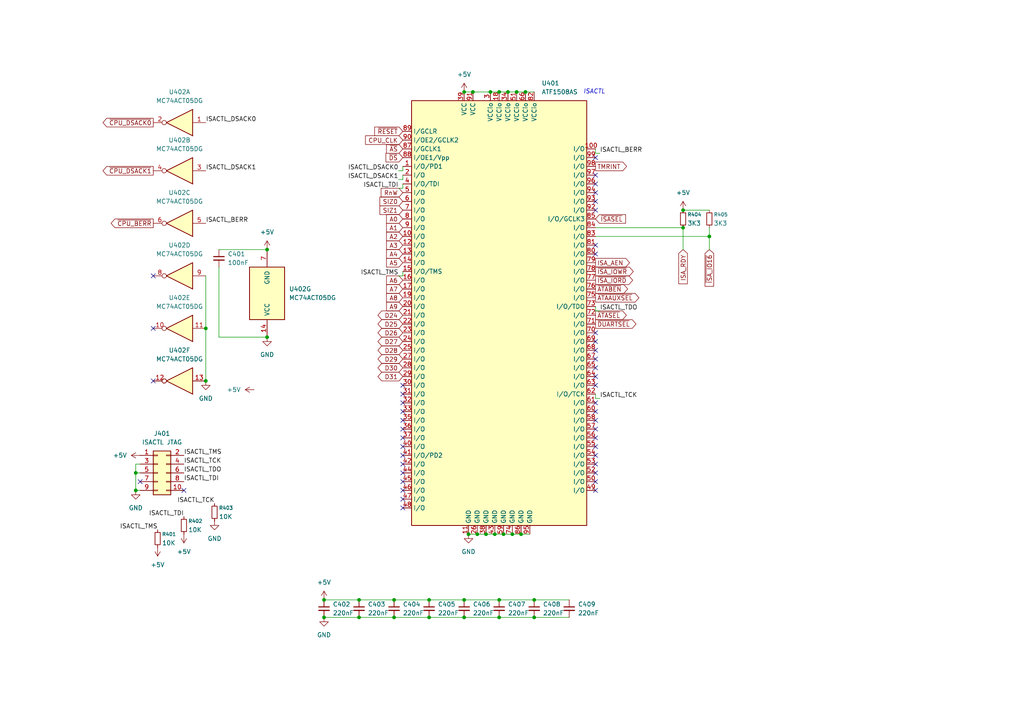
<source format=kicad_sch>
(kicad_sch (version 20250114) (generator "eeschema") (generator_version "9.0")
  (paper "A4")
  (lib_symbols
    (symbol "74xx:74LS05" (pin_names (offset 1.016))
      (property "Reference" "U" (at 0 1.27 0))
      (property "Value" "74LS05" (at 0 -1.27 0))
      (symbol "74LS05_1_0"
        (polyline (pts (xy -3.81 3.81) (xy -3.81 -3.81) (xy 3.81 0) (xy -3.81 3.81)) (stroke (width 0.254)) (fill (type background)))
        (pin input line (at -7.62 0 0) (length 3.81) (name "~") (number "1"))
        (pin open_collector inverted (at 7.62 0 180) (length 3.81) (name "~") (number "2"))
      )
      (symbol "74LS05_2_0"
        (polyline (pts (xy -3.81 3.81) (xy -3.81 -3.81) (xy 3.81 0) (xy -3.81 3.81)) (stroke (width 0.254)) (fill (type background)))
        (pin input line (at -7.62 0 0) (length 3.81) (name "~") (number "3"))
        (pin open_collector inverted (at 7.62 0 180) (length 3.81) (name "~") (number "4"))
      )
      (symbol "74LS05_3_0"
        (polyline (pts (xy -3.81 3.81) (xy -3.81 -3.81) (xy 3.81 0) (xy -3.81 3.81)) (stroke (width 0.254)) (fill (type background)))
        (pin input line (at -7.62 0 0) (length 3.81) (name "~") (number "5"))
        (pin open_collector inverted (at 7.62 0 180) (length 3.81) (name "~") (number "6"))
      )
      (symbol "74LS05_4_0"
        (polyline (pts (xy -3.81 3.81) (xy -3.81 -3.81) (xy 3.81 0) (xy -3.81 3.81)) (stroke (width 0.254)) (fill (type background)))
        (pin input line (at -7.62 0 0) (length 3.81) (name "~") (number "9"))
        (pin open_collector inverted (at 7.62 0 180) (length 3.81) (name "~") (number "8"))
      )
      (symbol "74LS05_5_0"
        (polyline (pts (xy -3.81 3.81) (xy -3.81 -3.81) (xy 3.81 0) (xy -3.81 3.81)) (stroke (width 0.254)) (fill (type background)))
        (pin input line (at -7.62 0 0) (length 3.81) (name "~") (number "11"))
        (pin open_collector inverted (at 7.62 0 180) (length 3.81) (name "~") (number "10"))
      )
      (symbol "74LS05_6_0"
        (polyline (pts (xy -3.81 3.81) (xy -3.81 -3.81) (xy 3.81 0) (xy -3.81 3.81)) (stroke (width 0.254)) (fill (type background)))
        (pin input line (at -7.62 0 0) (length 3.81) (name "~") (number "13"))
        (pin open_collector inverted (at 7.62 0 180) (length 3.81) (name "~") (number "12"))
      )
      (symbol "74LS05_7_0"
        (pin power_in line (at 0 12.7 270) (length 5.08) (name "VCC") (number "14"))
        (pin power_in line (at 0 -12.7 90) (length 5.08) (name "GND") (number "7"))
      )
      (symbol "74LS05_7_1"
        (rectangle (start -5.08 7.62) (end 5.08 -7.62) (stroke (width 0.254)) (fill (type background)))
      )
    )
    (symbol "Connector_Generic:Conn_02x05_Odd_Even" (pin_names (offset 1.016) (hide yes))
      (property "Reference" "J" (at 1.27 7.62 0))
      (property "Value" "Conn_02x05_Odd_Even" (at 1.27 -7.62 0))
      (symbol "Conn_02x05_Odd_Even_1_1"
        (rectangle (start -1.27 6.35) (end 3.81 -6.35) (stroke (width 0.254)) (fill (type background)))
        (rectangle (start -1.27 5.207) (end 0 4.953) (stroke (width 0.1524)))
        (rectangle (start -1.27 2.667) (end 0 2.413) (stroke (width 0.1524)))
        (rectangle (start -1.27 0.127) (end 0 -0.127) (stroke (width 0.1524)))
        (rectangle (start -1.27 -2.413) (end 0 -2.667) (stroke (width 0.1524)))
        (rectangle (start -1.27 -4.953) (end 0 -5.207) (stroke (width 0.1524)))
        (rectangle (start 3.81 5.207) (end 2.54 4.953) (stroke (width 0.1524)))
        (rectangle (start 3.81 2.667) (end 2.54 2.413) (stroke (width 0.1524)))
        (rectangle (start 3.81 0.127) (end 2.54 -0.127) (stroke (width 0.1524)))
        (rectangle (start 3.81 -2.413) (end 2.54 -2.667) (stroke (width 0.1524)))
        (rectangle (start 3.81 -4.953) (end 2.54 -5.207) (stroke (width 0.1524)))
        (pin passive line (at -5.08 5.08 0) (length 3.81) (name "Pin_1") (number "1"))
        (pin passive line (at -5.08 2.54 0) (length 3.81) (name "Pin_3") (number "3"))
        (pin passive line (at -5.08 0 0) (length 3.81) (name "Pin_5") (number "5"))
        (pin passive line (at -5.08 -2.54 0) (length 3.81) (name "Pin_7") (number "7"))
        (pin passive line (at -5.08 -5.08 0) (length 3.81) (name "Pin_9") (number "9"))
        (pin passive line (at 7.62 5.08 180) (length 3.81) (name "Pin_2") (number "2"))
        (pin passive line (at 7.62 2.54 180) (length 3.81) (name "Pin_4") (number "4"))
        (pin passive line (at 7.62 0 180) (length 3.81) (name "Pin_6") (number "6"))
        (pin passive line (at 7.62 -2.54 180) (length 3.81) (name "Pin_8") (number "8"))
        (pin passive line (at 7.62 -5.08 180) (length 3.81) (name "Pin_10") (number "10"))
      )
    )
    (symbol "Device:C_Small" (pin_numbers (hide yes)) (pin_names (offset 0.254) (hide yes))
      (property "Reference" "C" (at 0.254 1.778 0))
      (property "Value" "C_Small" (at 0.254 -2.032 0))
      (symbol "C_Small_0_1"
        (polyline (pts (xy -1.524 0.508) (xy 1.524 0.508)) (stroke (width 0.3048)))
        (polyline (pts (xy -1.524 -0.508) (xy 1.524 -0.508)) (stroke (width 0.3302)))
      )
      (symbol "C_Small_1_1"
        (pin passive line (at 0 2.54 270) (length 2.032) (name "~") (number "1"))
        (pin passive line (at 0 -2.54 90) (length 2.032) (name "~") (number "2"))
      )
    )
    (symbol "Device:R_Small" (pin_numbers (hide yes)) (pin_names (offset 0.254) (hide yes))
      (property "Reference" "R" (at 0 0 90))
      (property "Value" "R_Small" (at 1.778 0 90))
      (symbol "R_Small_0_1"
        (rectangle (start -0.762 1.778) (end 0.762 -1.778) (stroke (width 0.2032)))
      )
      (symbol "R_Small_1_1"
        (pin passive line (at 0 2.54 270) (length 0.762) (name "~") (number "1"))
        (pin passive line (at 0 -2.54 90) (length 0.762) (name "~") (number "2"))
      )
    )
    (symbol "jrt-ICs:ATF1508AS-TQFP100"
      (property "Reference" "U" (at 1.27 20.32 0))
      (property "Value" "ATF1508AS-TQFP100" (at 1.27 20.32 0))
      (symbol "ATF1508AS-TQFP100_0_1"
        (rectangle (start -25.4 54.61) (end 25.4 -68.58) (stroke (width 0.254)) (fill (type background)))
      )
      (symbol "ATF1508AS-TQFP100_1_1"
        (pin input line (at -27.94 45.72 0) (length 2.54) (name "I/GCLR") (number "89"))
        (pin input line (at -27.94 43.18 0) (length 2.54) (name "I/OE2/GCLK2") (number "90"))
        (pin input line (at -27.94 40.64 0) (length 2.54) (name "I/GCLK1") (number "87"))
        (pin input line (at -27.94 38.1 0) (length 2.54) (name "I/OE1/Vpp") (number "88"))
        (pin bidirectional line (at -27.94 35.56 0) (length 2.54) (name "I/O/PD1") (number "1"))
        (pin bidirectional line (at -27.94 33.02 0) (length 2.54) (name "I/O") (number "2"))
        (pin bidirectional line (at -27.94 30.48 0) (length 2.54) (name "I/O/TDI") (number "4"))
        (pin bidirectional line (at -27.94 27.94 0) (length 2.54) (name "I/O") (number "5"))
        (pin bidirectional line (at -27.94 25.4 0) (length 2.54) (name "I/O") (number "6"))
        (pin bidirectional line (at -27.94 22.86 0) (length 2.54) (name "I/O") (number "7"))
        (pin bidirectional line (at -27.94 20.32 0) (length 2.54) (name "I/O") (number "8"))
        (pin bidirectional line (at -27.94 17.78 0) (length 2.54) (name "I/O") (number "9"))
        (pin bidirectional line (at -27.94 15.24 0) (length 2.54) (name "I/O") (number "10"))
        (pin bidirectional line (at -27.94 12.7 0) (length 2.54) (name "I/O") (number "12"))
        (pin bidirectional line (at -27.94 10.16 0) (length 2.54) (name "I/O") (number "13"))
        (pin bidirectional line (at -27.94 7.62 0) (length 2.54) (name "I/O") (number "14"))
        (pin bidirectional line (at -27.94 5.08 0) (length 2.54) (name "I/O/TMS") (number "15"))
        (pin bidirectional line (at -27.94 2.54 0) (length 2.54) (name "I/O") (number "16"))
        (pin bidirectional line (at -27.94 0 0) (length 2.54) (name "I/O") (number "17"))
        (pin bidirectional line (at -27.94 -2.54 0) (length 2.54) (name "I/O") (number "19"))
        (pin bidirectional line (at -27.94 -5.08 0) (length 2.54) (name "I/O") (number "20"))
        (pin bidirectional line (at -27.94 -7.62 0) (length 2.54) (name "I/O") (number "21"))
        (pin bidirectional line (at -27.94 -10.16 0) (length 2.54) (name "I/O") (number "22"))
        (pin bidirectional line (at -27.94 -12.7 0) (length 2.54) (name "I/O") (number "23"))
        (pin bidirectional line (at -27.94 -15.24 0) (length 2.54) (name "I/O") (number "24"))
        (pin bidirectional line (at -27.94 -17.78 0) (length 2.54) (name "I/O") (number "25"))
        (pin bidirectional line (at -27.94 -20.32 0) (length 2.54) (name "I/O") (number "27"))
        (pin bidirectional line (at -27.94 -22.86 0) (length 2.54) (name "I/O") (number "28"))
        (pin bidirectional line (at -27.94 -25.4 0) (length 2.54) (name "I/O") (number "29"))
        (pin bidirectional line (at -27.94 -27.94 0) (length 2.54) (name "I/O") (number "30"))
        (pin bidirectional line (at -27.94 -30.48 0) (length 2.54) (name "I/O") (number "31"))
        (pin bidirectional line (at -27.94 -33.02 0) (length 2.54) (name "I/O") (number "32"))
        (pin bidirectional line (at -27.94 -35.56 0) (length 2.54) (name "I/O") (number "33"))
        (pin bidirectional line (at -27.94 -38.1 0) (length 2.54) (name "I/O") (number "35"))
        (pin bidirectional line (at -27.94 -40.64 0) (length 2.54) (name "I/O") (number "36"))
        (pin bidirectional line (at -27.94 -43.18 0) (length 2.54) (name "I/O") (number "37"))
        (pin bidirectional line (at -27.94 -45.72 0) (length 2.54) (name "I/O") (number "40"))
        (pin bidirectional line (at -27.94 -48.26 0) (length 2.54) (name "I/O/PD2") (number "41"))
        (pin bidirectional line (at -27.94 -50.8 0) (length 2.54) (name "I/O") (number "42"))
        (pin bidirectional line (at -27.94 -53.34 0) (length 2.54) (name "I/O") (number "44"))
        (pin bidirectional line (at -27.94 -55.88 0) (length 2.54) (name "I/O") (number "45"))
        (pin bidirectional line (at -27.94 -58.42 0) (length 2.54) (name "I/O") (number "46"))
        (pin bidirectional line (at -27.94 -60.96 0) (length 2.54) (name "I/O") (number "47"))
        (pin bidirectional line (at -27.94 -63.5 0) (length 2.54) (name "I/O") (number "48"))
        (pin power_in line (at -10.16 57.15 270) (length 2.54) (name "VCC") (number "39"))
        (pin power_in line (at -8.89 -71.12 90) (length 2.54) (name "GND") (number "11"))
        (pin power_in line (at -7.62 57.15 270) (length 2.54) (name "VCC") (number "91"))
        (pin power_in line (at -6.35 -71.12 90) (length 2.54) (name "GND") (number "26"))
        (pin power_in line (at -3.81 -71.12 90) (length 2.54) (name "GND") (number "38"))
        (pin power_in line (at -2.54 57.15 270) (length 2.54) (name "VCCio") (number "3"))
        (pin power_in line (at -1.27 -71.12 90) (length 2.54) (name "GND") (number "43"))
        (pin power_in line (at 0 57.15 270) (length 2.54) (name "VCCio") (number "18"))
        (pin power_in line (at 1.27 -71.12 90) (length 2.54) (name "GND") (number "59"))
        (pin power_in line (at 2.54 57.15 270) (length 2.54) (name "VCCio") (number "34"))
        (pin power_in line (at 3.81 -71.12 90) (length 2.54) (name "GND") (number "74"))
        (pin power_in line (at 5.08 57.15 270) (length 2.54) (name "VCCio") (number "51"))
        (pin power_in line (at 6.35 -71.12 90) (length 2.54) (name "GND") (number "86"))
        (pin power_in line (at 7.62 57.15 270) (length 2.54) (name "VCCio") (number "66"))
        (pin power_in line (at 8.89 -71.12 90) (length 2.54) (name "GND") (number "95"))
        (pin power_in line (at 10.16 57.15 270) (length 2.54) (name "VCCio") (number "82"))
        (pin bidirectional line (at 27.94 40.64 180) (length 2.54) (name "I/O") (number "100"))
        (pin bidirectional line (at 27.94 38.1 180) (length 2.54) (name "I/O") (number "99"))
        (pin bidirectional line (at 27.94 35.56 180) (length 2.54) (name "I/O") (number "98"))
        (pin bidirectional line (at 27.94 33.02 180) (length 2.54) (name "I/O") (number "97"))
        (pin bidirectional line (at 27.94 30.48 180) (length 2.54) (name "I/O") (number "96"))
        (pin bidirectional line (at 27.94 27.94 180) (length 2.54) (name "I/O") (number "94"))
        (pin bidirectional line (at 27.94 25.4 180) (length 2.54) (name "I/O") (number "93"))
        (pin bidirectional line (at 27.94 22.86 180) (length 2.54) (name "I/O") (number "92"))
        (pin bidirectional line (at 27.94 20.32 180) (length 2.54) (name "I/O/GCLK3") (number "85"))
        (pin bidirectional line (at 27.94 17.78 180) (length 2.54) (name "I/O") (number "84"))
        (pin bidirectional line (at 27.94 15.24 180) (length 2.54) (name "I/O") (number "83"))
        (pin bidirectional line (at 27.94 12.7 180) (length 2.54) (name "I/O") (number "81"))
        (pin bidirectional line (at 27.94 10.16 180) (length 2.54) (name "I/O") (number "80"))
        (pin bidirectional line (at 27.94 7.62 180) (length 2.54) (name "I/O") (number "79"))
        (pin bidirectional line (at 27.94 5.08 180) (length 2.54) (name "I/O") (number "78"))
        (pin bidirectional line (at 27.94 2.54 180) (length 2.54) (name "I/O") (number "77"))
        (pin bidirectional line (at 27.94 0 180) (length 2.54) (name "I/O") (number "76"))
        (pin bidirectional line (at 27.94 -2.54 180) (length 2.54) (name "I/O") (number "75"))
        (pin bidirectional line (at 27.94 -5.08 180) (length 2.54) (name "I/O/TDO") (number "73"))
        (pin bidirectional line (at 27.94 -7.62 180) (length 2.54) (name "I/O") (number "72"))
        (pin bidirectional line (at 27.94 -10.16 180) (length 2.54) (name "I/O") (number "71"))
        (pin bidirectional line (at 27.94 -12.7 180) (length 2.54) (name "I/O") (number "70"))
        (pin bidirectional line (at 27.94 -15.24 180) (length 2.54) (name "I/O") (number "69"))
        (pin bidirectional line (at 27.94 -17.78 180) (length 2.54) (name "I/O") (number "68"))
        (pin bidirectional line (at 27.94 -20.32 180) (length 2.54) (name "I/O") (number "67"))
        (pin bidirectional line (at 27.94 -22.86 180) (length 2.54) (name "I/O") (number "65"))
        (pin bidirectional line (at 27.94 -25.4 180) (length 2.54) (name "I/O") (number "64"))
        (pin bidirectional line (at 27.94 -27.94 180) (length 2.54) (name "I/O") (number "63"))
        (pin bidirectional line (at 27.94 -30.48 180) (length 2.54) (name "I/O/TCK") (number "62"))
        (pin bidirectional line (at 27.94 -33.02 180) (length 2.54) (name "I/O") (number "61"))
        (pin bidirectional line (at 27.94 -35.56 180) (length 2.54) (name "I/O") (number "60"))
        (pin bidirectional line (at 27.94 -38.1 180) (length 2.54) (name "I/O") (number "58"))
        (pin bidirectional line (at 27.94 -40.64 180) (length 2.54) (name "I/O") (number "57"))
        (pin bidirectional line (at 27.94 -43.18 180) (length 2.54) (name "I/O") (number "56"))
        (pin bidirectional line (at 27.94 -45.72 180) (length 2.54) (name "I/O") (number "55"))
        (pin bidirectional line (at 27.94 -48.26 180) (length 2.54) (name "I/O") (number "54"))
        (pin bidirectional line (at 27.94 -50.8 180) (length 2.54) (name "I/O") (number "53"))
        (pin bidirectional line (at 27.94 -53.34 180) (length 2.54) (name "I/O") (number "52"))
        (pin bidirectional line (at 27.94 -55.88 180) (length 2.54) (name "I/O") (number "50"))
        (pin bidirectional line (at 27.94 -58.42 180) (length 2.54) (name "I/O") (number "49"))
      )
    )
    (symbol "power:+5V" (power) (pin_numbers (hide yes)) (pin_names (offset 0) (hide yes))
      (property "Value" "+5V" (at 0 3.556 0))
      (symbol "+5V_0_1"
        (polyline (pts (xy -0.762 1.27) (xy 0 2.54)))
        (polyline (pts (xy 0 2.54) (xy 0.762 1.27)))
        (polyline (pts (xy 0 0) (xy 0 2.54)))
      )
      (symbol "+5V_1_1"
        (pin power_in line (at 0 0 90) (length 0) (name "~") (number "1"))
      )
    )
    (symbol "power:GND" (power) (pin_numbers (hide yes)) (pin_names (offset 0) (hide yes))
      (property "Value" "GND" (at 0 -3.81 0))
      (symbol "GND_0_1"
        (polyline (pts (xy 0 0) (xy 0 -1.27) (xy 1.27 -1.27) (xy 0 -2.54) (xy -1.27 -1.27) (xy 0 -1.27)))
      )
      (symbol "GND_1_1"
        (pin power_in line (at 0 0 270) (length 0) (name "~") (number "1"))
      )
    )
  )
  (text "ISACTL" (at 169.164 26.67 0) (effects (font (size 1.27 1.27) (italic yes)) (justify left)))
  (junction (at 147.32 26.67))
  (junction (at 144.78 179.07))
  (junction (at 198.12 60.96))
  (junction (at 104.14 173.99))
  (junction (at 93.98 179.07))
  (junction (at 77.47 97.79))
  (junction (at 144.78 173.99))
  (junction (at 137.16 26.67))
  (junction (at 152.4 26.67))
  (junction (at 39.37 142.24))
  (junction (at 205.74 68.58))
  (junction (at 124.46 179.07))
  (junction (at 134.62 173.99))
  (junction (at 134.62 179.07))
  (junction (at 149.86 26.67))
  (junction (at 140.97 154.94))
  (junction (at 135.89 154.94))
  (junction (at 142.24 26.67))
  (junction (at 146.05 154.94))
  (junction (at 143.51 154.94))
  (junction (at 144.78 26.67))
  (junction (at 59.69 95.25))
  (junction (at 154.94 173.99))
  (junction (at 77.47 72.39))
  (junction (at 93.98 173.99))
  (junction (at 151.13 154.94))
  (junction (at 198.12 66.04))
  (junction (at 114.3 173.99))
  (junction (at 59.69 110.49))
  (junction (at 114.3 179.07))
  (junction (at 134.62 26.67))
  (junction (at 148.59 154.94))
  (junction (at 154.94 179.07))
  (junction (at 39.37 137.16))
  (junction (at 124.46 173.99))
  (junction (at 104.14 179.07))
  (junction (at 138.43 154.94))
  (no_connect (at 116.84 147.32))
  (no_connect (at 116.84 142.24))
  (no_connect (at 172.72 73.66))
  (no_connect (at 40.64 139.7))
  (no_connect (at 116.84 139.7))
  (no_connect (at 172.72 109.22))
  (no_connect (at 116.84 137.16))
  (no_connect (at 116.84 129.54))
  (no_connect (at 172.72 58.42))
  (no_connect (at 172.72 96.52))
  (no_connect (at 172.72 121.92))
  (no_connect (at 44.45 110.49))
  (no_connect (at 172.72 53.34))
  (no_connect (at 172.72 60.96))
  (no_connect (at 44.45 95.25))
  (no_connect (at 172.72 111.76))
  (no_connect (at 172.72 45.72))
  (no_connect (at 172.72 116.84))
  (no_connect (at 116.84 119.38))
  (no_connect (at 172.72 101.6))
  (no_connect (at 116.84 124.46))
  (no_connect (at 116.84 121.92))
  (no_connect (at 172.72 119.38))
  (no_connect (at 172.72 106.68))
  (no_connect (at 116.84 111.76))
  (no_connect (at 172.72 71.12))
  (no_connect (at 172.72 129.54))
  (no_connect (at 116.84 144.78))
  (no_connect (at 172.72 104.14))
  (no_connect (at 116.84 127))
  (no_connect (at 172.72 142.24))
  (no_connect (at 172.72 99.06))
  (no_connect (at 172.72 55.88))
  (no_connect (at 172.72 124.46))
  (no_connect (at 172.72 139.7))
  (no_connect (at 172.72 134.62))
  (no_connect (at 116.84 116.84))
  (no_connect (at 172.72 132.08))
  (no_connect (at 116.84 114.3))
  (no_connect (at 172.72 50.8))
  (no_connect (at 44.45 80.01))
  (no_connect (at 172.72 137.16))
  (no_connect (at 172.72 127))
  (no_connect (at 116.84 132.08))
  (no_connect (at 116.84 134.62))
  (no_connect (at 53.34 142.24))
  (wire (pts (xy 116.84 48.26) (xy 116.84 49.53)))
  (wire (pts (xy 39.37 137.16) (xy 40.64 137.16)))
  (wire (pts (xy 104.14 179.07) (xy 114.3 179.07)))
  (wire (pts (xy 116.84 78.74) (xy 116.84 80.01)))
  (wire (pts (xy 152.4 26.67) (xy 154.94 26.67)))
  (wire (pts (xy 144.78 179.07) (xy 154.94 179.07)))
  (wire (pts (xy 134.62 26.67) (xy 137.16 26.67)))
  (wire (pts (xy 63.5 77.47) (xy 63.5 97.79)))
  (wire (pts (xy 172.72 66.04) (xy 198.12 66.04)))
  (wire (pts (xy 135.89 154.94) (xy 138.43 154.94)))
  (wire (pts (xy 116.84 80.01) (xy 115.57 80.01)))
  (wire (pts (xy 144.78 26.67) (xy 147.32 26.67)))
  (wire (pts (xy 116.84 50.8) (xy 116.84 52.07)))
  (wire (pts (xy 205.74 68.58) (xy 205.74 66.04)))
  (wire (pts (xy 93.98 173.99) (xy 104.14 173.99)))
  (wire (pts (xy 172.72 44.45) (xy 172.72 43.18)))
  (wire (pts (xy 147.32 26.67) (xy 149.86 26.67)))
  (wire (pts (xy 116.84 49.53) (xy 115.57 49.53)))
  (wire (pts (xy 154.94 179.07) (xy 165.1 179.07)))
  (wire (pts (xy 198.12 66.04) (xy 198.12 72.39)))
  (wire (pts (xy 104.14 173.99) (xy 114.3 173.99)))
  (wire (pts (xy 134.62 173.99) (xy 144.78 173.99)))
  (wire (pts (xy 93.98 179.07) (xy 104.14 179.07)))
  (wire (pts (xy 39.37 134.62) (xy 39.37 137.16)))
  (wire (pts (xy 198.12 60.96) (xy 205.74 60.96)))
  (wire (pts (xy 124.46 173.99) (xy 134.62 173.99)))
  (wire (pts (xy 142.24 26.67) (xy 144.78 26.67)))
  (wire (pts (xy 173.99 90.17) (xy 172.72 90.17)))
  (wire (pts (xy 124.46 179.07) (xy 134.62 179.07)))
  (wire (pts (xy 172.72 68.58) (xy 205.74 68.58)))
  (wire (pts (xy 146.05 154.94) (xy 148.59 154.94)))
  (wire (pts (xy 143.51 154.94) (xy 146.05 154.94)))
  (wire (pts (xy 39.37 142.24) (xy 40.64 142.24)))
  (wire (pts (xy 114.3 179.07) (xy 124.46 179.07)))
  (wire (pts (xy 138.43 154.94) (xy 140.97 154.94)))
  (wire (pts (xy 39.37 137.16) (xy 39.37 142.24)))
  (wire (pts (xy 116.84 54.61) (xy 115.57 54.61)))
  (wire (pts (xy 114.3 173.99) (xy 124.46 173.99)))
  (wire (pts (xy 59.69 80.01) (xy 59.69 95.25)))
  (wire (pts (xy 151.13 154.94) (xy 153.67 154.94)))
  (wire (pts (xy 63.5 97.79) (xy 77.47 97.79)))
  (wire (pts (xy 140.97 154.94) (xy 143.51 154.94)))
  (wire (pts (xy 148.59 154.94) (xy 151.13 154.94)))
  (wire (pts (xy 172.72 90.17) (xy 172.72 88.9)))
  (wire (pts (xy 134.62 179.07) (xy 144.78 179.07)))
  (wire (pts (xy 137.16 26.67) (xy 142.24 26.67)))
  (wire (pts (xy 59.69 95.25) (xy 59.69 110.49)))
  (wire (pts (xy 154.94 173.99) (xy 165.1 173.99)))
  (wire (pts (xy 40.64 134.62) (xy 39.37 134.62)))
  (wire (pts (xy 116.84 53.34) (xy 116.84 54.61)))
  (wire (pts (xy 144.78 173.99) (xy 154.94 173.99)))
  (wire (pts (xy 173.99 44.45) (xy 172.72 44.45)))
  (wire (pts (xy 63.5 72.39) (xy 77.47 72.39)))
  (wire (pts (xy 116.84 52.07) (xy 115.57 52.07)))
  (wire (pts (xy 172.72 115.57) (xy 172.72 114.3)))
  (wire (pts (xy 149.86 26.67) (xy 152.4 26.67)))
  (wire (pts (xy 205.74 68.58) (xy 205.74 72.39)))
  (wire (pts (xy 173.99 115.57) (xy 172.72 115.57)))
  (label "ISACTL_TDI" (at 53.34 139.7 0))
  (label "ISACTL_BERR" (at 173.99 44.45 0))
  (label "ISACTL_TDO" (at 173.99 90.17 0))
  (label "ISACTL_TCK" (at 62.23 146.05 180))
  (label "ISACTL_DSACK1" (at 115.57 52.07 180))
  (label "ISACTL_TDI" (at 115.57 54.61 180))
  (label "ISACTL_BERR" (at 59.69 64.77 0))
  (label "ISACTL_TDI" (at 53.34 149.86 180))
  (label "ISACTL_TMS" (at 115.57 80.01 180))
  (label "ISACTL_DSACK0" (at 115.57 49.53 180))
  (label "ISACTL_TMS" (at 45.72 153.67 180))
  (label "ISACTL_TDO" (at 53.34 137.16 0))
  (label "ISACTL_TMS" (at 53.34 132.08 0))
  (label "ISACTL_TCK" (at 173.99 115.57 0))
  (label "ISACTL_DSACK1" (at 59.69 49.53 0))
  (label "ISACTL_DSACK0" (at 59.69 35.56 0))
  (label "ISACTL_TCK" (at 53.34 134.62 0))
  (global_label "D24" (shape bidirectional) (at 116.84 91.44 180) (property "Intersheetrefs" "${INTERSHEET_REFS}" (effects (hide yes))))
  (global_label "A7" (shape input) (at 116.84 83.82 180) (property "Intersheetrefs" "${INTERSHEET_REFS}" (effects (hide yes))))
  (global_label "A0" (shape input) (at 116.84 63.5 180) (property "Intersheetrefs" "${INTERSHEET_REFS}" (effects (hide yes))))
  (global_label "ISA_RDY" (shape input) (at 198.12 72.39 270) (property "Intersheetrefs" "${INTERSHEET_REFS}" (effects (hide yes))))
  (global_label "TMRINT" (shape output) (at 172.72 48.26 0) (property "Intersheetrefs" "${INTERSHEET_REFS}" (effects (hide yes))))
  (global_label "A2" (shape input) (at 116.84 68.58 180) (property "Intersheetrefs" "${INTERSHEET_REFS}" (effects (hide yes))))
  (global_label "~{AS}" (shape input) (at 116.84 43.18 180) (property "Intersheetrefs" "${INTERSHEET_REFS}" (effects (hide yes))))
  (global_label "~{ISA_IO16}" (shape input) (at 205.74 72.39 270) (property "Intersheetrefs" "${INTERSHEET_REFS}" (effects (hide yes))))
  (global_label "D31" (shape bidirectional) (at 116.84 109.22 180) (property "Intersheetrefs" "${INTERSHEET_REFS}" (effects (hide yes))))
  (global_label "A4" (shape input) (at 116.84 73.66 180) (property "Intersheetrefs" "${INTERSHEET_REFS}" (effects (hide yes))))
  (global_label "~{ISASEL}" (shape input) (at 172.72 63.5 0) (property "Intersheetrefs" "${INTERSHEET_REFS}" (effects (hide yes))))
  (global_label "ISA_AEN" (shape output) (at 172.72 76.2 0) (property "Intersheetrefs" "${INTERSHEET_REFS}" (effects (hide yes))))
  (global_label "A6" (shape input) (at 116.84 81.28 180) (property "Intersheetrefs" "${INTERSHEET_REFS}" (effects (hide yes))))
  (global_label "D29" (shape bidirectional) (at 116.84 104.14 180) (property "Intersheetrefs" "${INTERSHEET_REFS}" (effects (hide yes))))
  (global_label "~{CPU_DSACK1}" (shape output) (at 44.45 49.53 180) (property "Intersheetrefs" "${INTERSHEET_REFS}" (effects (hide yes))))
  (global_label "D26" (shape bidirectional) (at 116.84 96.52 180) (property "Intersheetrefs" "${INTERSHEET_REFS}" (effects (hide yes))))
  (global_label "D28" (shape bidirectional) (at 116.84 101.6 180) (property "Intersheetrefs" "${INTERSHEET_REFS}" (effects (hide yes))))
  (global_label "~{CPU_DSACK0}" (shape output) (at 44.45 35.56 180) (property "Intersheetrefs" "${INTERSHEET_REFS}" (effects (hide yes))))
  (global_label "~{ATABEN}" (shape output) (at 172.72 83.82 0) (property "Intersheetrefs" "${INTERSHEET_REFS}" (effects (hide yes))))
  (global_label "A3" (shape input) (at 116.84 71.12 180) (property "Intersheetrefs" "${INTERSHEET_REFS}" (effects (hide yes))))
  (global_label "SIZ1" (shape input) (at 116.84 60.96 180) (property "Intersheetrefs" "${INTERSHEET_REFS}" (effects (hide yes))))
  (global_label "A9" (shape input) (at 116.84 88.9 180) (property "Intersheetrefs" "${INTERSHEET_REFS}" (effects (hide yes))))
  (global_label "CPU_CLK" (shape input) (at 116.84 40.64 180) (property "Intersheetrefs" "${INTERSHEET_REFS}" (effects (hide yes))))
  (global_label "SIZ0" (shape input) (at 116.84 58.42 180) (property "Intersheetrefs" "${INTERSHEET_REFS}" (effects (hide yes))))
  (global_label "D25" (shape bidirectional) (at 116.84 93.98 180) (property "Intersheetrefs" "${INTERSHEET_REFS}" (effects (hide yes))))
  (global_label "~{ISA_IOWR}" (shape output) (at 172.72 78.74 0) (property "Intersheetrefs" "${INTERSHEET_REFS}" (effects (hide yes))))
  (global_label "~{ATASEL}" (shape output) (at 172.72 91.44 0) (property "Intersheetrefs" "${INTERSHEET_REFS}" (effects (hide yes))))
  (global_label "~{CPU_BERR}" (shape output) (at 44.45 64.77 180) (property "Intersheetrefs" "${INTERSHEET_REFS}" (effects (hide yes))))
  (global_label "~{ISA_IORD}" (shape output) (at 172.72 81.28 0) (property "Intersheetrefs" "${INTERSHEET_REFS}" (effects (hide yes))))
  (global_label "A1" (shape input) (at 116.84 66.04 180) (property "Intersheetrefs" "${INTERSHEET_REFS}" (effects (hide yes))))
  (global_label "~{RESET}" (shape input) (at 116.84 38.1 180) (property "Intersheetrefs" "${INTERSHEET_REFS}" (effects (hide yes))))
  (global_label "~{DUARTSEL}" (shape output) (at 172.72 93.98 0) (property "Intersheetrefs" "${INTERSHEET_REFS}" (effects (hide yes))))
  (global_label "A5" (shape input) (at 116.84 76.2 180) (property "Intersheetrefs" "${INTERSHEET_REFS}" (effects (hide yes))))
  (global_label "~{DS}" (shape input) (at 116.84 45.72 180) (property "Intersheetrefs" "${INTERSHEET_REFS}" (effects (hide yes))))
  (global_label "A8" (shape input) (at 116.84 86.36 180) (property "Intersheetrefs" "${INTERSHEET_REFS}" (effects (hide yes))))
  (global_label "D30" (shape bidirectional) (at 116.84 106.68 180) (property "Intersheetrefs" "${INTERSHEET_REFS}" (effects (hide yes))))
  (global_label "~{ATAAUXSEL}" (shape output) (at 172.72 86.36 0) (property "Intersheetrefs" "${INTERSHEET_REFS}" (effects (hide yes))))
  (global_label "RnW" (shape input) (at 116.84 55.88 180) (property "Intersheetrefs" "${INTERSHEET_REFS}" (effects (hide yes))))
  (global_label "D27" (shape bidirectional) (at 116.84 99.06 180) (property "Intersheetrefs" "${INTERSHEET_REFS}" (effects (hide yes))))
  (symbol (lib_id "74xx:74LS05") (at 52.07 95.25 180) (unit 5)
    (property "Reference" "U402" (at 52.07 86.36 0))
    (property "Value" "MC74ACT05DG" (at 52.07 88.9 0))
    (property "Footprint" "Package_SO:SOIC-14_3.9x8.7mm_P1.27mm" (effects (hide yes)))
    (property "Datasheet" "http://www.ti.com/lit/gpn/sn74LS05" (effects (hide yes)))
    (property "Description" "Inverter Open Collect" (effects (hide yes)))
    (property "Part" "MC74ACT05DG" (effects (hide yes)))
  )
  (symbol (lib_id "Device:C_Small") (at 134.62 176.53 0) (unit 1)
    (property "Reference" "C406" (at 137.16 175.2662 0) (effects (justify left)))
    (property "Value" "220nF" (at 137.16 177.8062 0) (effects (justify left)))
    (property "Footprint" "Capacitor_SMD:C_0805_2012Metric" (effects (hide yes)))
    (property "Description" "Unpolarized capacitor, small symbol" (effects (hide yes)))
  )
  (symbol (lib_id "Connector_Generic:Conn_02x05_Odd_Even") (at 45.72 137.16 0) (unit 1)
    (property "Reference" "J401" (at 46.99 125.73 0))
    (property "Value" "ISACTL JTAG" (at 46.99 128.27 0))
    (property "Footprint" "Connector_PinHeader_2.54mm:PinHeader_2x05_P2.54mm_Vertical" (effects (hide yes)))
    (property "Description" "Generic connector, double row, 02x05, odd/even pin numbering scheme (row 1 odd numbers, row 2 even numbers), script generated (kicad-library-utils/schlib/autogen/connector/)" (effects (hide yes)))
  )
  (symbol (lib_id "74xx:74LS05") (at 52.07 80.01 180) (unit 4)
    (property "Reference" "U402" (at 52.07 71.12 0))
    (property "Value" "MC74ACT05DG" (at 52.07 73.66 0))
    (property "Footprint" "Package_SO:SOIC-14_3.9x8.7mm_P1.27mm" (effects (hide yes)))
    (property "Datasheet" "http://www.ti.com/lit/gpn/sn74LS05" (effects (hide yes)))
    (property "Description" "Inverter Open Collect" (effects (hide yes)))
    (property "Part" "MC74ACT05DG" (effects (hide yes)))
  )
  (symbol (lib_id "power:GND") (at 135.89 154.94 0) (unit 1)
    (property "Reference" "#PWR0406" (effects (hide yes)))
    (property "Value" "GND" (at 135.89 160.02 0))
    (property "Description" "Power symbol creates a global label with name \"GND\" , ground" (effects (hide yes)))
  )
  (symbol (lib_id "74xx:74LS05") (at 52.07 49.53 180) (unit 2)
    (property "Reference" "U402" (at 52.07 40.64 0))
    (property "Value" "MC74ACT05DG" (at 52.07 43.18 0))
    (property "Footprint" "Package_SO:SOIC-14_3.9x8.7mm_P1.27mm" (effects (hide yes)))
    (property "Datasheet" "http://www.ti.com/lit/gpn/sn74LS05" (effects (hide yes)))
    (property "Description" "Inverter Open Collect" (effects (hide yes)))
    (property "Part" "MC74ACT05DG" (effects (hide yes)))
  )
  (symbol (lib_id "power:+5V") (at 198.12 60.96 0) (unit 1)
    (property "Reference" "#PWR0414" (effects (hide yes)))
    (property "Value" "+5V" (at 198.12 55.88 0))
    (property "Description" "Power symbol creates a global label with name \"+5V\"" (effects (hide yes)))
  )
  (symbol (lib_id "power:+5V") (at 53.34 154.94 180) (unit 1)
    (property "Reference" "#PWR0410" (effects (hide yes)))
    (property "Value" "+5V" (at 53.34 160.02 0))
    (property "Description" "Power symbol creates a global label with name \"+5V\"" (effects (hide yes)))
  )
  (symbol (lib_id "Device:R_Small") (at 45.72 156.21 0) (unit 1)
    (property "Reference" "R401" (at 46.99 154.94 0) (effects (font (size 1.016 1.016)) (justify left)))
    (property "Value" "10K" (at 46.99 157.48 0) (effects (justify left)))
    (property "Footprint" "Resistor_SMD:R_0805_2012Metric" (effects (hide yes)))
    (property "Description" "Resistor, small symbol" (effects (hide yes)))
  )
  (symbol (lib_id "Device:R_Small") (at 198.12 63.5 0) (unit 1)
    (property "Reference" "R404" (at 199.39 62.23 0) (effects (font (size 1.016 1.016)) (justify left)))
    (property "Value" "3K3" (at 199.39 64.77 0) (effects (justify left)))
    (property "Footprint" "Resistor_SMD:R_0805_2012Metric" (effects (hide yes)))
    (property "Description" "Resistor, small symbol" (effects (hide yes)))
  )
  (symbol (lib_id "power:+5V") (at 73.66 113.03 90) (unit 1)
    (property "Reference" "#PWR0402" (effects (hide yes)))
    (property "Value" "+5V" (at 69.85 113.0299 90) (effects (justify left)))
    (property "Description" "Power symbol creates a global label with name \"+5V\"" (effects (hide yes)))
  )
  (symbol (lib_id "jrt-ICs:ATF1508AS-TQFP100") (at 144.78 83.82 0) (unit 1)
    (property "Reference" "U401" (at 157.0833 24.13 0) (effects (justify left)))
    (property "Value" "ATF1508AS" (at 157.0833 26.67 0) (effects (justify left)))
    (property "Footprint" "Package_QFP:TQFP-100_14x14mm_P0.5mm" (effects (hide yes)))
    (property "Part" "ATF1508AS-7AX100" (effects (hide yes)))
  )
  (symbol (lib_id "Device:C_Small") (at 63.5 74.93 0) (unit 1)
    (property "Reference" "C401" (at 66.04 73.6662 0) (effects (justify left)))
    (property "Value" "100nF" (at 66.04 76.2062 0) (effects (justify left)))
    (property "Footprint" "Capacitor_SMD:C_0805_2012Metric" (effects (hide yes)))
    (property "Description" "Unpolarized capacitor, small symbol" (effects (hide yes)))
  )
  (symbol (lib_id "power:GND") (at 93.98 179.07 0) (unit 1)
    (property "Reference" "#PWR0413" (effects (hide yes)))
    (property "Value" "GND" (at 93.98 184.15 0))
    (property "Description" "Power symbol creates a global label with name \"GND\" , ground" (effects (hide yes)))
  )
  (symbol (lib_id "Device:C_Small") (at 93.98 176.53 0) (unit 1)
    (property "Reference" "C402" (at 96.52 175.2662 0) (effects (justify left)))
    (property "Value" "220nF" (at 96.52 177.8062 0) (effects (justify left)))
    (property "Footprint" "Capacitor_SMD:C_0805_2012Metric" (effects (hide yes)))
    (property "Description" "Unpolarized capacitor, small symbol" (effects (hide yes)))
  )
  (symbol (lib_id "Device:C_Small") (at 124.46 176.53 0) (unit 1)
    (property "Reference" "C405" (at 127 175.2662 0) (effects (justify left)))
    (property "Value" "220nF" (at 127 177.8062 0) (effects (justify left)))
    (property "Footprint" "Capacitor_SMD:C_0805_2012Metric" (effects (hide yes)))
    (property "Description" "Unpolarized capacitor, small symbol" (effects (hide yes)))
  )
  (symbol (lib_id "power:GND") (at 39.37 142.24 0) (unit 1)
    (property "Reference" "#PWR0407" (effects (hide yes)))
    (property "Value" "GND" (at 39.37 147.32 0))
    (property "Description" "Power symbol creates a global label with name \"GND\" , ground" (effects (hide yes)))
  )
  (symbol (lib_id "Device:C_Small") (at 144.78 176.53 0) (unit 1)
    (property "Reference" "C407" (at 147.32 175.2662 0) (effects (justify left)))
    (property "Value" "220nF" (at 147.32 177.8062 0) (effects (justify left)))
    (property "Footprint" "Capacitor_SMD:C_0805_2012Metric" (effects (hide yes)))
    (property "Description" "Unpolarized capacitor, small symbol" (effects (hide yes)))
  )
  (symbol (lib_id "power:+5V") (at 134.62 26.67 0) (unit 1)
    (property "Reference" "#PWR0405" (effects (hide yes)))
    (property "Value" "+5V" (at 134.62 21.59 0))
    (property "Description" "Power symbol creates a global label with name \"+5V\"" (effects (hide yes)))
  )
  (symbol (lib_id "74xx:74LS05") (at 52.07 110.49 180) (unit 6)
    (property "Reference" "U402" (at 52.07 101.6 0))
    (property "Value" "MC74ACT05DG" (at 52.07 104.14 0))
    (property "Footprint" "Package_SO:SOIC-14_3.9x8.7mm_P1.27mm" (effects (hide yes)))
    (property "Datasheet" "http://www.ti.com/lit/gpn/sn74LS05" (effects (hide yes)))
    (property "Description" "Inverter Open Collect" (effects (hide yes)))
    (property "Part" "MC74ACT05DG" (effects (hide yes)))
  )
  (symbol (lib_id "Device:C_Small") (at 104.14 176.53 0) (unit 1)
    (property "Reference" "C403" (at 106.68 175.2662 0) (effects (justify left)))
    (property "Value" "220nF" (at 106.68 177.8062 0) (effects (justify left)))
    (property "Footprint" "Capacitor_SMD:C_0805_2012Metric" (effects (hide yes)))
    (property "Description" "Unpolarized capacitor, small symbol" (effects (hide yes)))
  )
  (symbol (lib_id "74xx:74LS05") (at 52.07 64.77 180) (unit 3)
    (property "Reference" "U402" (at 52.07 55.88 0))
    (property "Value" "MC74ACT05DG" (at 52.07 58.42 0))
    (property "Footprint" "Package_SO:SOIC-14_3.9x8.7mm_P1.27mm" (effects (hide yes)))
    (property "Datasheet" "http://www.ti.com/lit/gpn/sn74LS05" (effects (hide yes)))
    (property "Description" "Inverter Open Collect" (effects (hide yes)))
    (property "Part" "MC74ACT05DG" (effects (hide yes)))
  )
  (symbol (lib_id "Device:R_Small") (at 205.74 63.5 0) (unit 1)
    (property "Reference" "R405" (at 207.01 62.23 0) (effects (font (size 1.016 1.016)) (justify left)))
    (property "Value" "3K3" (at 207.01 64.77 0) (effects (justify left)))
    (property "Footprint" "Resistor_SMD:R_0805_2012Metric" (effects (hide yes)))
    (property "Description" "Resistor, small symbol" (effects (hide yes)))
  )
  (symbol (lib_id "74xx:74LS05") (at 52.07 35.56 180) (unit 1)
    (property "Reference" "U402" (at 52.07 26.67 0))
    (property "Value" "MC74ACT05DG" (at 52.07 29.21 0))
    (property "Footprint" "Package_SO:SOIC-14_3.9x8.7mm_P1.27mm" (effects (hide yes)))
    (property "Datasheet" "http://www.ti.com/lit/gpn/sn74LS05" (effects (hide yes)))
    (property "Description" "Inverter Open Collect" (effects (hide yes)))
    (property "Part" "MC74ACT05DG" (effects (hide yes)))
  )
  (symbol (lib_id "power:GND") (at 59.69 110.49 0) (unit 1)
    (property "Reference" "#PWR0401" (effects (hide yes)))
    (property "Value" "GND" (at 59.69 115.57 0))
    (property "Description" "Power symbol creates a global label with name \"GND\" , ground" (effects (hide yes)))
  )
  (symbol (lib_id "74xx:74LS05") (at 77.47 85.09 180) (unit 7)
    (property "Reference" "U402" (at 83.82 83.8199 0) (effects (justify right)))
    (property "Value" "MC74ACT05DG" (at 83.82 86.3599 0) (effects (justify right)))
    (property "Footprint" "Package_SO:SOIC-14_3.9x8.7mm_P1.27mm" (effects (hide yes)))
    (property "Datasheet" "http://www.ti.com/lit/gpn/sn74LS05" (effects (hide yes)))
    (property "Description" "Inverter Open Collect" (effects (hide yes)))
    (property "Part" "MC74ACT05DG" (effects (hide yes)))
  )
  (symbol (lib_id "power:+5V") (at 40.64 132.08 90) (unit 1)
    (property "Reference" "#PWR0408" (effects (hide yes)))
    (property "Value" "+5V" (at 36.83 132.0799 90) (effects (justify left)))
    (property "Description" "Power symbol creates a global label with name \"+5V\"" (effects (hide yes)))
  )
  (symbol (lib_id "power:+5V") (at 45.72 158.75 180) (unit 1)
    (property "Reference" "#PWR0409" (effects (hide yes)))
    (property "Value" "+5V" (at 45.72 163.83 0))
    (property "Description" "Power symbol creates a global label with name \"+5V\"" (effects (hide yes)))
  )
  (symbol (lib_id "Device:C_Small") (at 154.94 176.53 0) (unit 1)
    (property "Reference" "C408" (at 157.48 175.2662 0) (effects (justify left)))
    (property "Value" "220nF" (at 157.48 177.8062 0) (effects (justify left)))
    (property "Footprint" "Capacitor_SMD:C_0805_2012Metric" (effects (hide yes)))
    (property "Description" "Unpolarized capacitor, small symbol" (effects (hide yes)))
  )
  (symbol (lib_id "Device:C_Small") (at 114.3 176.53 0) (unit 1)
    (property "Reference" "C404" (at 116.84 175.2662 0) (effects (justify left)))
    (property "Value" "220nF" (at 116.84 177.8062 0) (effects (justify left)))
    (property "Footprint" "Capacitor_SMD:C_0805_2012Metric" (effects (hide yes)))
    (property "Description" "Unpolarized capacitor, small symbol" (effects (hide yes)))
  )
  (symbol (lib_id "power:GND") (at 62.23 151.13 0) (unit 1)
    (property "Reference" "#PWR0411" (effects (hide yes)))
    (property "Value" "GND" (at 62.23 156.21 0))
    (property "Description" "Power symbol creates a global label with name \"GND\" , ground" (effects (hide yes)))
  )
  (symbol (lib_id "Device:C_Small") (at 165.1 176.53 0) (unit 1)
    (property "Reference" "C409" (at 167.64 175.2662 0) (effects (justify left)))
    (property "Value" "220nF" (at 167.64 177.8062 0) (effects (justify left)))
    (property "Footprint" "Capacitor_SMD:C_0805_2012Metric" (effects (hide yes)))
    (property "Description" "Unpolarized capacitor, small symbol" (effects (hide yes)))
  )
  (symbol (lib_id "Device:R_Small") (at 53.34 152.4 0) (unit 1)
    (property "Reference" "R402" (at 54.61 151.13 0) (effects (font (size 1.016 1.016)) (justify left)))
    (property "Value" "10K" (at 54.61 153.67 0) (effects (justify left)))
    (property "Footprint" "Resistor_SMD:R_0805_2012Metric" (effects (hide yes)))
    (property "Description" "Resistor, small symbol" (effects (hide yes)))
  )
  (symbol (lib_id "Device:R_Small") (at 62.23 148.59 0) (unit 1)
    (property "Reference" "R403" (at 63.5 147.32 0) (effects (font (size 1.016 1.016)) (justify left)))
    (property "Value" "10K" (at 63.5 149.86 0) (effects (justify left)))
    (property "Footprint" "Resistor_SMD:R_0805_2012Metric" (effects (hide yes)))
    (property "Description" "Resistor, small symbol" (effects (hide yes)))
  )
  (symbol (lib_id "power:GND") (at 77.47 97.79 0) (unit 1)
    (property "Reference" "#PWR0404" (effects (hide yes)))
    (property "Value" "GND" (at 77.47 102.87 0))
    (property "Description" "Power symbol creates a global label with name \"GND\" , ground" (effects (hide yes)))
  )
  (symbol (lib_id "power:+5V") (at 93.98 173.99 0) (unit 1)
    (property "Reference" "#PWR0412" (effects (hide yes)))
    (property "Value" "+5V" (at 93.98 168.91 0))
    (property "Description" "Power symbol creates a global label with name \"+5V\"" (effects (hide yes)))
  )
  (symbol (lib_id "power:+5V") (at 77.47 72.39 0) (unit 1)
    (property "Reference" "#PWR0403" (effects (hide yes)))
    (property "Value" "+5V" (at 77.47 67.31 0))
    (property "Description" "Power symbol creates a global label with name \"+5V\"" (effects (hide yes)))
  )
)
</source>
